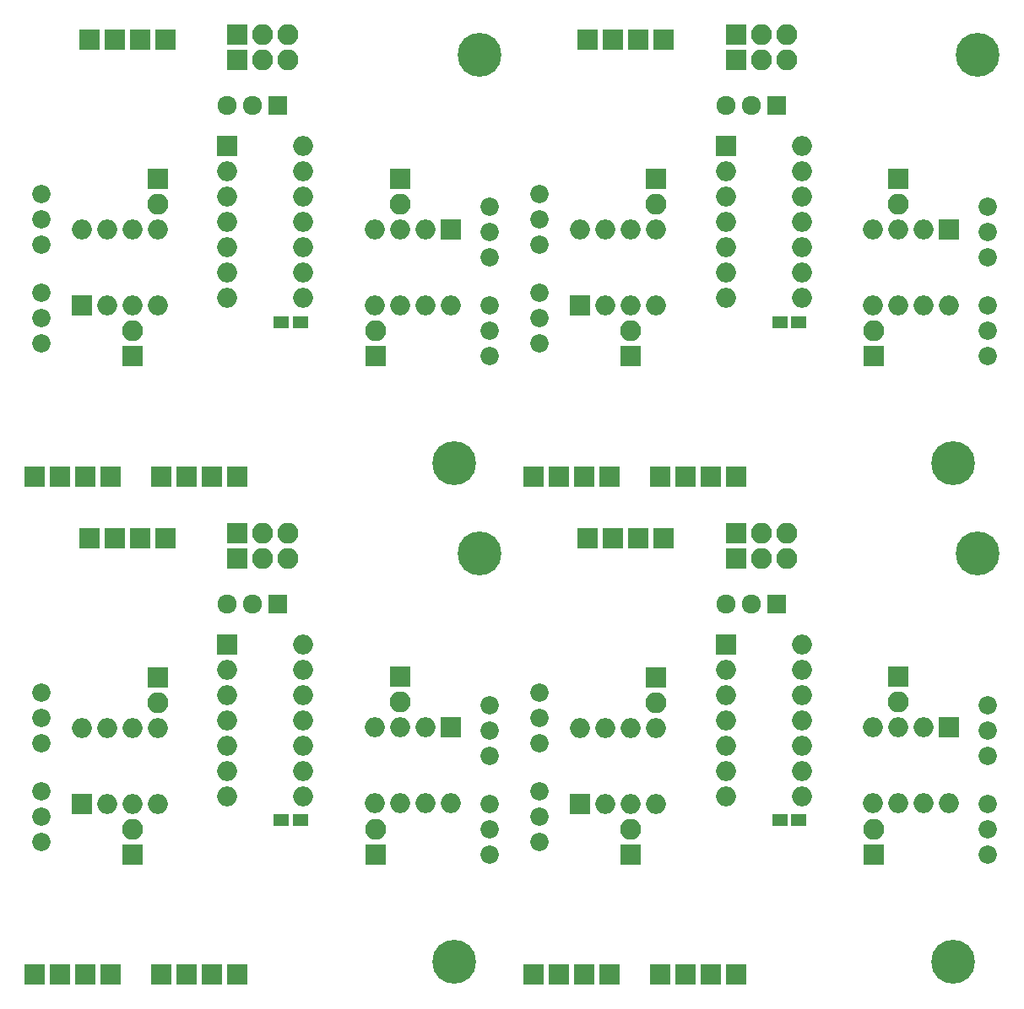
<source format=gbr>
G04 #@! TF.FileFunction,Soldermask,Bot*
%FSLAX46Y46*%
G04 Gerber Fmt 4.6, Leading zero omitted, Abs format (unit mm)*
G04 Created by KiCad (PCBNEW 4.0.6) date 07/25/17 21:38:10*
%MOMM*%
%LPD*%
G01*
G04 APERTURE LIST*
%ADD10C,0.100000*%
%ADD11R,1.600000X1.150000*%
%ADD12R,2.100000X2.100000*%
%ADD13O,2.100000X2.100000*%
%ADD14R,2.000000X2.000000*%
%ADD15O,2.000000X2.000000*%
%ADD16C,1.840000*%
%ADD17C,4.400000*%
%ADD18C,1.920000*%
%ADD19R,1.920000X1.920000*%
G04 APERTURE END LIST*
D10*
D11*
X104469000Y-116211000D03*
X106369000Y-116211000D03*
X54469000Y-116211000D03*
X56369000Y-116211000D03*
X104469000Y-66211000D03*
X106369000Y-66211000D03*
D12*
X116387000Y-101832000D03*
D13*
X116387000Y-104372000D03*
D12*
X66387000Y-101832000D03*
D13*
X66387000Y-104372000D03*
D12*
X116387000Y-51832000D03*
D13*
X116387000Y-54372000D03*
D14*
X121467000Y-106912000D03*
D15*
X113847000Y-114532000D03*
X118927000Y-106912000D03*
X116387000Y-114532000D03*
X116387000Y-106912000D03*
X118927000Y-114532000D03*
X113847000Y-106912000D03*
X121467000Y-114532000D03*
D14*
X71467000Y-106912000D03*
D15*
X63847000Y-114532000D03*
X68927000Y-106912000D03*
X66387000Y-114532000D03*
X66387000Y-106912000D03*
X68927000Y-114532000D03*
X63847000Y-106912000D03*
X71467000Y-114532000D03*
D14*
X121467000Y-56912000D03*
D15*
X113847000Y-64532000D03*
X118927000Y-56912000D03*
X116387000Y-64532000D03*
X116387000Y-56912000D03*
X118927000Y-64532000D03*
X113847000Y-56912000D03*
X121467000Y-64532000D03*
D16*
X125358000Y-104654000D03*
X125358000Y-107194000D03*
X125358000Y-109734000D03*
X75358000Y-104654000D03*
X75358000Y-107194000D03*
X75358000Y-109734000D03*
X125358000Y-54654000D03*
X125358000Y-57194000D03*
X125358000Y-59734000D03*
D12*
X113928000Y-119640000D03*
D13*
X113928000Y-117100000D03*
D12*
X63928000Y-119640000D03*
D13*
X63928000Y-117100000D03*
D12*
X113928000Y-69640000D03*
D13*
X113928000Y-67100000D03*
D16*
X125358000Y-114560000D03*
X125358000Y-117100000D03*
X125358000Y-119640000D03*
X75358000Y-114560000D03*
X75358000Y-117100000D03*
X75358000Y-119640000D03*
X125358000Y-64560000D03*
X125358000Y-67100000D03*
X125358000Y-69640000D03*
D17*
X121842000Y-130414000D03*
X71842000Y-130414000D03*
X121842000Y-80414000D03*
X124342000Y-89414000D03*
X74342000Y-89414000D03*
X124342000Y-39414000D03*
D14*
X99069000Y-98558000D03*
D15*
X106689000Y-113798000D03*
X99069000Y-101098000D03*
X106689000Y-111258000D03*
X99069000Y-103638000D03*
X106689000Y-108718000D03*
X99069000Y-106178000D03*
X106689000Y-106178000D03*
X99069000Y-108718000D03*
X106689000Y-103638000D03*
X99069000Y-111258000D03*
X106689000Y-101098000D03*
X99069000Y-113798000D03*
X106689000Y-98558000D03*
D14*
X49069000Y-98558000D03*
D15*
X56689000Y-113798000D03*
X49069000Y-101098000D03*
X56689000Y-111258000D03*
X49069000Y-103638000D03*
X56689000Y-108718000D03*
X49069000Y-106178000D03*
X56689000Y-106178000D03*
X49069000Y-108718000D03*
X56689000Y-103638000D03*
X49069000Y-111258000D03*
X56689000Y-101098000D03*
X49069000Y-113798000D03*
X56689000Y-98558000D03*
D14*
X99069000Y-48558000D03*
D15*
X106689000Y-63798000D03*
X99069000Y-51098000D03*
X106689000Y-61258000D03*
X99069000Y-53638000D03*
X106689000Y-58718000D03*
X99069000Y-56178000D03*
X106689000Y-56178000D03*
X99069000Y-58718000D03*
X106689000Y-53638000D03*
X99069000Y-61258000D03*
X106689000Y-51098000D03*
X99069000Y-63798000D03*
X106689000Y-48558000D03*
D12*
X92084000Y-101860000D03*
D13*
X92084000Y-104400000D03*
D12*
X42084000Y-101860000D03*
D13*
X42084000Y-104400000D03*
D12*
X92084000Y-51860000D03*
D13*
X92084000Y-54400000D03*
D14*
X84464000Y-114560000D03*
D15*
X92084000Y-106940000D03*
X87004000Y-114560000D03*
X89544000Y-106940000D03*
X89544000Y-114560000D03*
X87004000Y-106940000D03*
X92084000Y-114560000D03*
X84464000Y-106940000D03*
D14*
X34464000Y-114560000D03*
D15*
X42084000Y-106940000D03*
X37004000Y-114560000D03*
X39544000Y-106940000D03*
X39544000Y-114560000D03*
X37004000Y-106940000D03*
X42084000Y-114560000D03*
X34464000Y-106940000D03*
D14*
X84464000Y-64560000D03*
D15*
X92084000Y-56940000D03*
X87004000Y-64560000D03*
X89544000Y-56940000D03*
X89544000Y-64560000D03*
X87004000Y-56940000D03*
X92084000Y-64560000D03*
X84464000Y-56940000D03*
D16*
X80400000Y-108464000D03*
X80400000Y-105924000D03*
X80400000Y-103384000D03*
X30400000Y-108464000D03*
X30400000Y-105924000D03*
X30400000Y-103384000D03*
X80400000Y-58464000D03*
X80400000Y-55924000D03*
X80400000Y-53384000D03*
D12*
X85226000Y-87890000D03*
X35226000Y-87890000D03*
X85226000Y-37890000D03*
X90306000Y-87890000D03*
X40306000Y-87890000D03*
X90306000Y-37890000D03*
X92846000Y-87890000D03*
X42846000Y-87890000D03*
X92846000Y-37890000D03*
X87766000Y-87890000D03*
X37766000Y-87890000D03*
X87766000Y-37890000D03*
D18*
X101609000Y-94494000D03*
X99069000Y-94494000D03*
D19*
X104149000Y-94494000D03*
D18*
X51609000Y-94494000D03*
X49069000Y-94494000D03*
D19*
X54149000Y-94494000D03*
D18*
X101609000Y-44494000D03*
X99069000Y-44494000D03*
D19*
X104149000Y-44494000D03*
D12*
X100085000Y-89922000D03*
D13*
X102625000Y-89922000D03*
X105165000Y-89922000D03*
D12*
X50085000Y-89922000D03*
D13*
X52625000Y-89922000D03*
X55165000Y-89922000D03*
D12*
X100085000Y-39922000D03*
D13*
X102625000Y-39922000D03*
X105165000Y-39922000D03*
D12*
X100085000Y-87382000D03*
D13*
X102625000Y-87382000D03*
X105165000Y-87382000D03*
D12*
X50085000Y-87382000D03*
D13*
X52625000Y-87382000D03*
X55165000Y-87382000D03*
D12*
X100085000Y-37382000D03*
D13*
X102625000Y-37382000D03*
X105165000Y-37382000D03*
D12*
X95005000Y-131705000D03*
X45005000Y-131705000D03*
X95005000Y-81705000D03*
X97545000Y-131705000D03*
X47545000Y-131705000D03*
X97545000Y-81705000D03*
X100085000Y-131705000D03*
X50085000Y-131705000D03*
X100085000Y-81705000D03*
X79765000Y-131705000D03*
X29765000Y-131705000D03*
X79765000Y-81705000D03*
X82305000Y-131705000D03*
X32305000Y-131705000D03*
X82305000Y-81705000D03*
X84845000Y-131705000D03*
X34845000Y-131705000D03*
X84845000Y-81705000D03*
X92465000Y-131705000D03*
X42465000Y-131705000D03*
X92465000Y-81705000D03*
X87385000Y-131705000D03*
X37385000Y-131705000D03*
X87385000Y-81705000D03*
X89544000Y-119640000D03*
D13*
X89544000Y-117100000D03*
D12*
X39544000Y-119640000D03*
D13*
X39544000Y-117100000D03*
D12*
X89544000Y-69640000D03*
D13*
X89544000Y-67100000D03*
D16*
X80400000Y-118370000D03*
X80400000Y-115830000D03*
X80400000Y-113290000D03*
X30400000Y-118370000D03*
X30400000Y-115830000D03*
X30400000Y-113290000D03*
X80400000Y-68370000D03*
X80400000Y-65830000D03*
X80400000Y-63290000D03*
D17*
X71842000Y-80414000D03*
D11*
X54469000Y-66211000D03*
X56369000Y-66211000D03*
D12*
X50085000Y-39922000D03*
D13*
X52625000Y-39922000D03*
X55165000Y-39922000D03*
D12*
X50085000Y-37382000D03*
D13*
X52625000Y-37382000D03*
X55165000Y-37382000D03*
D14*
X71467000Y-56912000D03*
D15*
X63847000Y-64532000D03*
X68927000Y-56912000D03*
X66387000Y-64532000D03*
X66387000Y-56912000D03*
X68927000Y-64532000D03*
X63847000Y-56912000D03*
X71467000Y-64532000D03*
D14*
X34464000Y-64560000D03*
D15*
X42084000Y-56940000D03*
X37004000Y-64560000D03*
X39544000Y-56940000D03*
X39544000Y-64560000D03*
X37004000Y-56940000D03*
X42084000Y-64560000D03*
X34464000Y-56940000D03*
D16*
X75358000Y-64560000D03*
X75358000Y-67100000D03*
X75358000Y-69640000D03*
X75358000Y-54654000D03*
X75358000Y-57194000D03*
X75358000Y-59734000D03*
X30400000Y-58464000D03*
X30400000Y-55924000D03*
X30400000Y-53384000D03*
X30400000Y-68370000D03*
X30400000Y-65830000D03*
X30400000Y-63290000D03*
D12*
X63928000Y-69640000D03*
D13*
X63928000Y-67100000D03*
D12*
X66387000Y-51832000D03*
D13*
X66387000Y-54372000D03*
D12*
X42084000Y-51860000D03*
D13*
X42084000Y-54400000D03*
D12*
X39544000Y-69640000D03*
D13*
X39544000Y-67100000D03*
D12*
X42846000Y-37890000D03*
X40306000Y-37890000D03*
X50085000Y-81705000D03*
X47545000Y-81705000D03*
X37385000Y-81705000D03*
X34845000Y-81705000D03*
X37766000Y-37890000D03*
X35226000Y-37890000D03*
X45005000Y-81705000D03*
X42465000Y-81705000D03*
X32305000Y-81705000D03*
X29765000Y-81705000D03*
D14*
X49069000Y-48558000D03*
D15*
X56689000Y-63798000D03*
X49069000Y-51098000D03*
X56689000Y-61258000D03*
X49069000Y-53638000D03*
X56689000Y-58718000D03*
X49069000Y-56178000D03*
X56689000Y-56178000D03*
X49069000Y-58718000D03*
X56689000Y-53638000D03*
X49069000Y-61258000D03*
X56689000Y-51098000D03*
X49069000Y-63798000D03*
X56689000Y-48558000D03*
D18*
X51609000Y-44494000D03*
X49069000Y-44494000D03*
D19*
X54149000Y-44494000D03*
D17*
X74342000Y-39414000D03*
M02*

</source>
